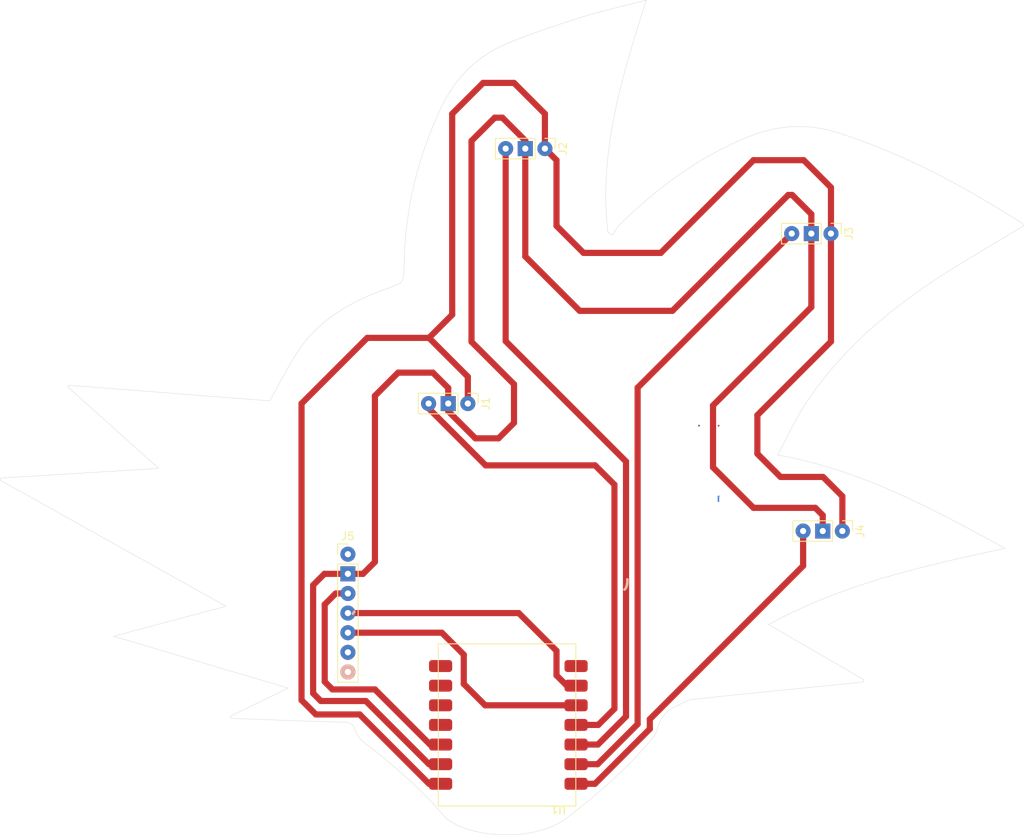
<source format=kicad_pcb>
(kicad_pcb (version 20240108) (generator "pcbnew") (generator_version "8.0")
  (layers (0 "F.Cu" signal) (31 "B.Cu" signal) (34 "B.Paste" user) (35 "F.Paste" user) (36 "B.SilkS" user "B.Silkscreen") (37 "F.SilkS" user "F.Silkscreen") (38 "B.Mask" user) (39 "F.Mask" user) (44 "Edge.Cuts" user))
  (net 0 "")
  (net 6 "+3.3V")
  (net 7 "GND")
  (net 8 "+5V")
  (net 9 "Net-(J1-Pin_3)")
  (net 10 "Net-(J2-Pin_3)")
  (net 11 "Net-(J3-Pin_3)")
  (net 12 "Net-(J4-Pin_3)")
  (net 13 "Net-(J5-Pin_5)")
  (net 14 "Net-(J5-Pin_4)")
  (footprint "Connector_PinHeader_2.54mm:PinHeader_1x03_P2.54mm_Vertical" (layer "F.Cu") (at 146 49.5 -90)
    (property "Reference" "J2" (at 0 -2.33 -90) (layer "F.SilkS"))
    (property "Value" "Conn_01x03_Socket")
    (fp_line (start -1.33 6.41) (end 1.33 6.41) (stroke (width 0.12)) (layer "F.SilkS"))
    (fp_line (start -1.33 1.27) (end -1.33 6.41) (stroke (width 0.12)) (layer "F.SilkS"))
    (fp_line (start -1.33 1.27) (end 1.33 1.27) (stroke (width 0.12)) (layer "F.SilkS"))
    (fp_line (start 1.33 1.27) (end 1.33 6.41) (stroke (width 0.12)) (layer "F.SilkS"))
    (fp_line (start -1.33 0) (end -1.33 -1.33) (stroke (width 0.12)) (layer "F.SilkS"))
    (fp_line (start -1.33 -1.33) (end 0 -1.33) (stroke (width 0.12)) (layer "F.SilkS"))
    (pad "1" thru_hole circle (at 0 0 270) (size 1.95 1.95) (drill 0.8) (layers "*.Cu" "*.Mask") (net 8 "+5V"))
    (pad "2" thru_hole rect (at 0 2.54 270) (size 1.95 1.95) (drill 0.8) (layers "*.Cu" "*.Mask") (net 7 "GND"))
    (pad "3" thru_hole circle (at 0 5.08 270) (size 1.95 1.95) (drill 0.8) (layers "*.Cu" "*.Mask") (net 10 "Net-(J2-Pin_3)"))
  )
  (footprint "Connector_PinHeader_2.54mm:PinHeader_1x03_P2.54mm_Vertical" (layer "F.Cu") (at 136.025 82.5 -90)
    (property "Reference" "J1" (at 0 -2.33 -90) (layer "F.SilkS"))
    (property "Value" "Conn_01x03_Socket")
    (fp_line (start -1.33 6.41) (end 1.33 6.41) (stroke (width 0.12)) (layer "F.SilkS"))
    (fp_line (start -1.33 1.27) (end -1.33 6.41) (stroke (width 0.12)) (layer "F.SilkS"))
    (fp_line (start -1.33 1.27) (end 1.33 1.27) (stroke (width 0.12)) (layer "F.SilkS"))
    (fp_line (start 1.33 1.27) (end 1.33 6.41) (stroke (width 0.12)) (layer "F.SilkS"))
    (fp_line (start -1.33 0) (end -1.33 -1.33) (stroke (width 0.12)) (layer "F.SilkS"))
    (fp_line (start -1.33 -1.33) (end 0 -1.33) (stroke (width 0.12)) (layer "F.SilkS"))
    (pad "1" thru_hole circle (at 0 0 270) (size 1.95 1.95) (drill 0.8) (layers "*.Cu" "*.Mask") (net 8 "+5V"))
    (pad "2" thru_hole rect (at 0 2.54 270) (size 1.95 1.95) (drill 0.8) (layers "*.Cu" "*.Mask") (net 7 "GND"))
    (pad "3" thru_hole circle (at 0 5.08 270) (size 1.95 1.95) (drill 0.8) (layers "*.Cu" "*.Mask") (net 9 "Net-(J1-Pin_3)"))
  )
  (footprint "XIAO_PCB:MOUDLE14P-SMD-2.54-21X17.8MM" (layer "F.Cu") (at 150 113.595 180)
    (property "Reference" "U1" (at 2.25 -21.5 180) (layer "F.SilkS"))
    (property "Value" "MOUDLE-SEEEDUINO-XIAO")
    (fp_rect (start 0 -21) (end 17.8 0) (stroke (width 0.12)) (fill none) (layer "F.SilkS"))
    (pad "1" smd roundrect (at -0.035 -18.12 180) (size 3 1.55) (layers "F.Cu" "F.Paste" "F.Mask") (net 12 "Net-(J4-Pin_3)"))
    (pad "2" smd roundrect (at -0.035 -15.58 180) (size 3 1.55) (layers "F.Cu" "F.Paste" "F.Mask") (net 11 "Net-(J3-Pin_3)"))
    (pad "3" smd roundrect (at -0.035 -13.04 180) (size 3 1.55) (layers "F.Cu" "F.Paste" "F.Mask") (net 10 "Net-(J2-Pin_3)"))
    (pad "4" smd roundrect (at -0.035 -10.5 180) (size 3 1.55) (layers "F.Cu" "F.Paste" "F.Mask") (net 9 "Net-(J1-Pin_3)"))
    (pad "5" smd roundrect (at -0.035 -7.96 180) (size 3 1.55) (layers "F.Cu" "F.Paste" "F.Mask") (net 13 "Net-(J5-Pin_5)"))
    (pad "6" smd roundrect (at -0.035 -5.42 180) (size 3 1.55) (layers "F.Cu" "F.Paste" "F.Mask") (net 14 "Net-(J5-Pin_4)"))
    (pad "7" smd roundrect (at -0.035 -2.88 180) (size 3 1.55) (layers "F.Cu" "F.Paste" "F.Mask"))
    (pad "8" smd roundrect (at 17.5 -2.88 180) (size 3 1.55) (layers "F.Cu" "F.Paste" "F.Mask"))
    (pad "9" smd roundrect (at 17.5 -5.42 180) (size 3 1.55) (layers "F.Cu" "F.Paste" "F.Mask"))
    (pad "10" smd roundrect (at 17.5 -7.96 180) (size 3 1.55) (layers "F.Cu" "F.Paste" "F.Mask"))
    (pad "11" smd roundrect (at 17.5 -10.5 180) (size 3 1.55) (layers "F.Cu" "F.Paste" "F.Mask"))
    (pad "12" smd roundrect (at 17.5 -13.04 180) (size 3 1.55) (layers "F.Cu" "F.Paste" "F.Mask") (net 6 "+3.3V"))
    (pad "13" smd roundrect (at 17.5 -15.58 180) (size 3 1.55) (layers "F.Cu" "F.Paste" "F.Mask") (net 7 "GND"))
    (pad "14" smd roundrect (at 17.5 -18.12 180) (size 3 1.55) (layers "F.Cu" "F.Paste" "F.Mask") (net 8 "+5V"))
  )
  (footprint "Connector_PinHeader_2.54mm:PinHeader_1x03_P2.54mm_Vertical" (layer "F.Cu") (at 184.5 99 -90)
    (property "Reference" "J4" (at 0 -2.33 -90) (layer "F.SilkS"))
    (property "Value" "Conn_01x03_Socket")
    (fp_line (start -1.33 6.41) (end 1.33 6.41) (stroke (width 0.12)) (layer "F.SilkS"))
    (fp_line (start -1.33 1.27) (end -1.33 6.41) (stroke (width 0.12)) (layer "F.SilkS"))
    (fp_line (start -1.33 1.27) (end 1.33 1.27) (stroke (width 0.12)) (layer "F.SilkS"))
    (fp_line (start 1.33 1.27) (end 1.33 6.41) (stroke (width 0.12)) (layer "F.SilkS"))
    (fp_line (start -1.33 0) (end -1.33 -1.33) (stroke (width 0.12)) (layer "F.SilkS"))
    (fp_line (start -1.33 -1.33) (end 0 -1.33) (stroke (width 0.12)) (layer "F.SilkS"))
    (pad "1" thru_hole circle (at 0 0 270) (size 1.95 1.95) (drill 0.8) (layers "*.Cu" "*.Mask") (net 8 "+5V"))
    (pad "2" thru_hole rect (at 0 2.54 270) (size 1.95 1.95) (drill 0.8) (layers "*.Cu" "*.Mask") (net 7 "GND"))
    (pad "3" thru_hole circle (at 0 5.08 270) (size 1.95 1.95) (drill 0.8) (layers "*.Cu" "*.Mask") (net 12 "Net-(J4-Pin_3)"))
  )
  (footprint "Connector_PinHeader_2.54mm:PinHeader_1x07_P2.54mm_Vertical" (layer "F.Cu") (at 120.5 102)
    (property "Reference" "J5" (at 0 -2.33 0) (layer "F.SilkS"))
    (property "Value" "Conn_01x07_Socket")
    (fp_line (start -1.33 -1.33) (end 0 -1.33) (stroke (width 0.12)) (layer "F.SilkS"))
    (fp_line (start -1.33 0) (end -1.33 -1.33) (stroke (width 0.12)) (layer "F.SilkS"))
    (fp_line (start -1.33 1.27) (end -1.33 16.57) (stroke (width 0.12)) (layer "F.SilkS"))
    (fp_line (start -1.33 1.27) (end 1.33 1.27) (stroke (width 0.12)) (layer "F.SilkS"))
    (fp_line (start -1.33 16.57) (end 1.33 16.57) (stroke (width 0.12)) (layer "F.SilkS"))
    (fp_line (start 1.33 1.27) (end 1.33 16.57) (stroke (width 0.12)) (layer "F.SilkS"))
    (pad "1" thru_hole circle (at 0 0) (size 1.95 1.95) (drill 0.8) (layers "*.Cu" "*.Mask"))
    (pad "2" thru_hole rect (at 0 2.54) (size 1.95 1.95) (drill 0.8) (layers "*.Cu" "*.Mask") (net 7 "GND"))
    (pad "3" thru_hole oval (at 0 5.08) (size 1.95 1.95) (drill 0.8) (layers "*.Cu" "*.Mask") (net 6 "+3.3V"))
    (pad "4" thru_hole oval (at 0 7.62) (size 1.95 1.95) (drill 0.8) (layers "*.Cu" "*.Mask") (net 14 "Net-(J5-Pin_4)"))
    (pad "5" thru_hole oval (at 0 10.16) (size 1.95 1.95) (drill 0.8) (layers "*.Cu" "*.Mask") (net 13 "Net-(J5-Pin_5)"))
    (pad "6" thru_hole oval (at 0 12.7) (size 1.95 1.95) (drill 0.8) (layers "*.Cu" "*.Mask"))
    (pad "7" thru_hole oval (at 0 15.24) (size 1.95 1.95) (drill 0.8) (layers "*.Cu" "*.Mask" "B.SilkS"))
  )
  (footprint "Connector_PinHeader_2.54mm:PinHeader_1x03_P2.54mm_Vertical" (layer "F.Cu") (at 183.025 60.5 -90)
    (property "Reference" "J3" (at 0 -2.33 -90) (layer "F.SilkS"))
    (property "Value" "Conn_01x03_Socket")
    (fp_line (start -1.33 6.41) (end 1.33 6.41) (stroke (width 0.12)) (layer "F.SilkS"))
    (fp_line (start -1.33 1.27) (end -1.33 6.41) (stroke (width 0.12)) (layer "F.SilkS"))
    (fp_line (start -1.33 1.27) (end 1.33 1.27) (stroke (width 0.12)) (layer "F.SilkS"))
    (fp_line (start 1.33 1.27) (end 1.33 6.41) (stroke (width 0.12)) (layer "F.SilkS"))
    (fp_line (start -1.33 0) (end -1.33 -1.33) (stroke (width 0.12)) (layer "F.SilkS"))
    (fp_line (start -1.33 -1.33) (end 0 -1.33) (stroke (width 0.12)) (layer "F.SilkS"))
    (pad "1" thru_hole circle (at 0 0 270) (size 1.95 1.95) (drill 0.8) (layers "*.Cu" "*.Mask") (net 8 "+5V"))
    (pad "2" thru_hole rect (at 0 2.54 270) (size 1.95 1.95) (drill 0.8) (layers "*.Cu" "*.Mask") (net 7 "GND"))
    (pad "3" thru_hole oval (at 0 5.08 270) (size 1.95 1.95) (drill 0.8) (layers "*.Cu" "*.Mask") (net 11 "Net-(J3-Pin_3)"))
  )
  (gr_curve (pts (xy 156.66924 105.253506) (xy 156.702896 105.694023) (xy 156.59824 106.392816) (xy 156.309591 106.569941)) (stroke (width 0.33)) (layer "B.SilkS"))
  (gr_curve (pts (xy 156.309591 106.569941) (xy 156.59824 106.392816) (xy 156.702896 105.694023) (xy 156.66924 105.253506)) (stroke (width 0.33)) (layer "B.SilkS"))
  (gr_curve (pts (xy 121.33656 109.426302) (xy 121.273759 109.519558) (xy 121.210957 109.612813) (xy 121.148156 109.706069)) (stroke (width 0.33)) (layer "B.SilkS"))
  (gr_curve (pts (xy 155.715137 59.302093) (xy 160.609375 54.525126) (xy 166.010565 50.503714) (xy 172.423747 47.935951)) (stroke (width 0.045)) (layer "Edge.Cuts"))
  (gr_curve (pts (xy 105.331892 123.223071) (xy 105.31441 123.136773) (xy 105.296927 123.050469) (xy 105.279437 122.964171)) (stroke (width 0.045)) (layer "Edge.Cuts"))
  (gr_curve (pts (xy 172.423747 47.935951) (xy 176.287719 46.388869) (xy 180.105513 46.214677) (xy 184.091011 47.496593)) (stroke (width 0.045)) (layer "Edge.Cuts"))
  (gr_curve (pts (xy 205.55751 101.237177) (xy 194.851677 103.537845) (xy 184.54758 105.849895) (xy 174.956523 111.097381)) (stroke (width 0.045)) (layer "Edge.Cuts"))
  (gr_curve (pts (xy 154.15734 60.338004) (xy 154.352299 60.459044) (xy 154.547257 60.580088) (xy 154.742215 60.701128)) (stroke (width 0.045)) (layer "Edge.Cuts"))
  (gr_curve (pts (xy 207.786266 59.171566) (xy 207.870654 59.225271) (xy 207.907539 59.353613) (xy 208 59.5)) (stroke (width 0.045)) (layer "Edge.Cuts"))
  (gr_curve (pts (xy 187.291595 118.256961) (xy 187.270474 118.345412) (xy 187.249358 118.433871) (xy 187.228241 118.52233)) (stroke (width 0.045)) (layer "Edge.Cuts"))
  (gr_curve (pts (xy 208 59.5) (xy 207.573315 59.740114) (xy 207.178324 59.945312) (xy 206.800143 60.177849)) (stroke (width 0.045)) (layer "Edge.Cuts"))
  (gr_curve (pts (xy 75.554438 92.139421) (xy 82.267134 91.731058) (xy 88.97983 91.322695) (xy 96.006231 90.895253)) (stroke (width 0.045)) (layer "Edge.Cuts"))
  (gr_curve (pts (xy 90.169253 112.62236) (xy 95.152552 111.2895) (xy 99.809869 110.043841) (xy 104.710802 108.73302)) (stroke (width 0.045)) (layer "Edge.Cuts"))
  (gr_curve (pts (xy 206.800143 60.177849) (xy 202.882193 62.58691) (xy 198.857003 64.840977) (xy 195.076064 67.449011)) (stroke (width 0.045)) (layer "Edge.Cuts"))
  (gr_curve (pts (xy 127.777428 64.563408) (xy 127.901365 57.393257) (xy 129.501696 50.590916) (xy 132.617215 44.104794)) (stroke (width 0.045)) (layer "Edge.Cuts"))
  (gr_curve (pts (xy 140.988497 35.954002) (xy 144.115435 34.62877) (xy 147.361405 33.56125) (xy 150.606396 32.54483)) (stroke (width 0.045)) (layer "Edge.Cuts"))
  (gr_curve (pts (xy 122.30655 126.14159) (xy 121.940119 125.709508) (xy 121.591427 125.210215) (xy 121.415194 124.681833)) (stroke (width 0.045)) (layer "Edge.Cuts"))
  (gr_curve (pts (xy 187.228241 118.52233) (xy 186.794908 118.570869) (xy 186.362002 118.623587) (xy 185.928187 118.667312)) (stroke (width 0.045)) (layer "Edge.Cuts"))
  (gr_curve (pts (xy 110.382891 82.154338) (xy 111.641348 79.910298) (xy 112.644301 77.892293) (xy 113.855553 76.008198)) (stroke (width 0.045)) (layer "Edge.Cuts"))
  (gr_curve (pts (xy 150.606396 32.54483) (xy 153.364605 31.680883) (xy 156.196721 31.052888) (xy 159.113222 30.289862)) (stroke (width 0.045)) (layer "Edge.Cuts"))
  (gr_curve (pts (xy 176.137898 89.160538) (xy 186.954668 91.079952) (xy 196.108284 96.090782) (xy 205.55751 101.237177)) (stroke (width 0.045)) (layer "Edge.Cuts"))
  (gr_curve (pts (xy 184.091011 47.496593) (xy 192.572792 50.224707) (xy 200.314055 54.416164) (xy 207.786266 59.171566)) (stroke (width 0.045)) (layer "Edge.Cuts"))
  (gr_curve (pts (xy 154.742215 60.701128) (xy 155.063075 60.231253) (xy 155.315949 59.691719) (xy 155.715137 59.302093)) (stroke (width 0.045)) (layer "Edge.Cuts"))
  (gr_curve (pts (xy 159.113222 30.289862) (xy 155.955734 40.197883) (xy 152.943807 49.942559) (xy 154.15734 60.338004)) (stroke (width 0.045)) (layer "Edge.Cuts"))
  (gr_curve (pts (xy 132.617215 44.104794) (xy 134.438687 40.312713) (xy 137.195699 37.561441) (xy 140.988497 35.954002)) (stroke (width 0.045)) (layer "Edge.Cuts"))
  (gr_curve (pts (xy 159.627127 126.175756) (xy 156.414661 129.952602) (xy 152.717273 133.179214) (xy 148.765468 136.179157)) (stroke (width 0.045)) (layer "Edge.Cuts"))
  (gr_curve (pts (xy 174.956523 111.097381) (xy 179.233843 113.580045) (xy 183.262719 115.918503) (xy 187.291595 118.256961)) (stroke (width 0.045)) (layer "Edge.Cuts"))
  (gr_curve (pts (xy 195.076064 67.449011) (xy 189.013618 71.630792) (xy 183.591752 76.546704) (xy 179.563106 82.797339)) (stroke (width 0.045)) (layer "Edge.Cuts"))
  (gr_curve (pts (xy 179.563106 82.797339) (xy 178.286979 84.777306) (xy 177.314282 86.95284) (xy 176.137898 89.160538)) (stroke (width 0.045)) (layer "Edge.Cuts"))
  (gr_curve (pts (xy 165.072196 120.797796) (xy 164.359608 120.87464) (xy 163.699163 121.3827) (xy 163.000973 121.6561)) (stroke (width 0.045)) (layer "Edge.Cuts"))
  (gr_curve (pts (xy 112.778933 119.328639) (xy 105.118841 117.056571) (xy 97.804745 114.88713) (xy 90.169253 112.62236)) (stroke (width 0.045)) (layer "Edge.Cuts"))
  (gr_curve (pts (xy 148.765468 136.179157) (xy 144.942043 139.08164) (xy 136.932521 139.00225) (xy 133.259749 136.224923)) (stroke (width 0.045)) (layer "Edge.Cuts"))
  (gr_curve (pts (xy 163.000973 121.6561) (xy 161.488249 122.248491) (xy 160.854987 123.492275) (xy 160.422868 124.943256)) (stroke (width 0.045)) (layer "Edge.Cuts"))
  (gr_curve (pts (xy 185.928187 118.667312) (xy 178.975196 119.368296) (xy 172.019975 120.048537) (xy 165.072196 120.797796)) (stroke (width 0.045)) (layer "Edge.Cuts"))
  (gr_curve (pts (xy 84.38809 80.134082) (xy 93.178838 80.817283) (xy 101.969586 81.500476) (xy 110.382891 82.154338)) (stroke (width 0.045)) (layer "Edge.Cuts"))
  (gr_curve (pts (xy 122.30655 126.141588) (xy 126.297757 129.159706) (xy 130.026095 132.411868) (xy 133.259749 136.224921)) (stroke (width 0.045)) (layer "Edge.Cuts"))
  (gr_curve (pts (xy 105.279437 122.964171) (xy 107.69657 121.792419) (xy 110.113695 120.620667) (xy 112.778933 119.328639)) (stroke (width 0.045)) (layer "Edge.Cuts"))
  (gr_curve (pts (xy 75.494571 92.413362) (xy 75.514532 92.322048) (xy 75.534477 92.230734) (xy 75.554438 92.139421)) (stroke (width 0.045)) (layer "Edge.Cuts"))
  (gr_curve (pts (xy 121.415194 124.681833) (xy 121.178922 123.973377) (xy 120.782023 123.771519) (xy 120.071495 123.751619)) (stroke (width 0.045)) (layer "Edge.Cuts"))
  (gr_curve (pts (xy 104.710802 108.73302) (xy 94.821056 103.208783) (xy 85.157814 97.811072) (xy 75.494571 92.413362)) (stroke (width 0.045)) (layer "Edge.Cuts"))
  (gr_curve (pts (xy 120.071495 123.751619) (xy 115.631492 123.627261) (xy 111.192627 123.461377) (xy 106.753505 123.305918)) (stroke (width 0.045)) (layer "Edge.Cuts"))
  (gr_curve (pts (xy 125.675055 67.584325) (xy 127.764902 66.85216) (xy 127.73817 66.834252) (xy 127.777428 64.563408)) (stroke (width 0.045)) (layer "Edge.Cuts"))
  (gr_curve (pts (xy 113.855553 76.008198) (xy 116.66099 71.644418) (xy 120.917687 69.251042) (xy 125.675055 67.584325)) (stroke (width 0.045)) (layer "Edge.Cuts"))
  (gr_curve (pts (xy 96.006231 90.895253) (xy 91.904707 87.215958) (xy 88.077508 83.782751) (xy 84.250324 80.349535)) (stroke (width 0.045)) (layer "Edge.Cuts"))
  (gr_curve (pts (xy 160.422868 124.943256) (xy 160.28856 125.394214) (xy 159.943167 125.804219) (xy 159.627127 126.175756)) (stroke (width 0.045)) (layer "Edge.Cuts"))
  (gr_curve (pts (xy 84.250324 80.349535) (xy 84.296241 80.277723) (xy 84.342158 80.205902) (xy 84.38809 80.134082)) (stroke (width 0.045)) (layer "Edge.Cuts"))
  (gr_curve (pts (xy 106.753505 123.305918) (xy 106.27925 123.28931) (xy 105.805748 123.251204) (xy 105.331892 123.223071)) (stroke (width 0.045)) (layer "Edge.Cuts"))
  (segment (start 117.5 108.5) (end 118.92 107.08) (width 0.8) (layer "F.Cu") (net 6))
  (segment (start 124 119.5) (end 118.5 119.5) (width 0.8) (layer "F.Cu") (net 6))
  (segment (start 118.92 107.08) (end 120.5 107.08) (width 0.8) (layer "F.Cu") (net 6))
  (segment (start 131.135 126.635) (end 124 119.5) (width 0.8) (layer "F.Cu") (net 6))
  (segment (start 132.5 126.635) (end 131.135 126.635) (width 0.8) (layer "F.Cu") (net 6))
  (segment (start 117.5 118.5) (end 117.5 108.5) (width 0.8) (layer "F.Cu") (net 6))
  (segment (start 118.5 119.5) (end 117.5 118.5) (width 0.8) (layer "F.Cu") (net 6))
  (segment (start 124 81.5) (end 127 78.5) (width 0.8) (layer "F.Cu") (net 7))
  (segment (start 132.5 129.175) (end 131 129.175) (width 0.8) (layer "F.Cu") (net 7))
  (segment (start 136.5 48.5) (end 139.5 45.5) (width 0.8) (layer "F.Cu") (net 7))
  (segment (start 139.5 45.5) (end 140.5 45.5) (width 0.8) (layer "F.Cu") (net 7))
  (segment (start 143.46 49.5) (end 143.46 63.46) (width 0.8) (layer "F.Cu") (net 7))
  (segment (start 178 55.5) (end 180.485 57.985) (width 0.8) (layer "F.Cu") (net 7))
  (segment (start 167.76 82.74) (end 180.485 70.015) (width 0.8) (layer "F.Cu") (net 7))
  (segment (start 150.5 70.5) (end 162.5 70.5) (width 0.8) (layer "F.Cu") (net 7))
  (segment (start 167.76 90.76) (end 167.76 82.74) (width 0.8) (layer "F.Cu") (net 7))
  (segment (start 181.96 96.96) (end 181 96) (width 0.8) (layer "F.Cu") (net 7))
  (segment (start 140.5 45.5) (end 143.46 48.46) (width 0.8) (layer "F.Cu") (net 7))
  (segment (start 116 120) (end 116 106) (width 0.8) (layer "F.Cu") (net 7))
  (segment (start 180.485 70.015) (end 180.485 60.5) (width 0.8) (layer "F.Cu") (net 7))
  (segment (start 142 85) (end 142 80) (width 0.8) (layer "F.Cu") (net 7))
  (segment (start 131.5 78.5) (end 133.485 80.485) (width 0.8) (layer "F.Cu") (net 7))
  (segment (start 133.485 80.485) (end 133.485 82.5) (width 0.8) (layer "F.Cu") (net 7))
  (segment (start 137 87) (end 140 87) (width 0.8) (layer "F.Cu") (net 7))
  (segment (start 124 103) (end 124 81.5) (width 0.8) (layer "F.Cu") (net 7))
  (segment (start 122.825 121) (end 117 121) (width 0.8) (layer "F.Cu") (net 7))
  (segment (start 142 80) (end 136.5 74.5) (width 0.8) (layer "F.Cu") (net 7))
  (segment (start 162.5 70.5) (end 177.5 55.5) (width 0.8) (layer "F.Cu") (net 7))
  (segment (start 120.5 104.54) (end 122.46 104.54) (width 0.8) (layer "F.Cu") (net 7))
  (segment (start 143.46 48.46) (end 143.46 49.5) (width 0.8) (layer "F.Cu") (net 7))
  (segment (start 131 129.175) (end 122.825 121) (width 0.8) (layer "F.Cu") (net 7))
  (segment (start 181.96 99) (end 181.96 96.96) (width 0.8) (layer "F.Cu") (net 7))
  (segment (start 136.5 74.5) (end 136.5 48.5) (width 0.8) (layer "F.Cu") (net 7))
  (segment (start 143.46 63.46) (end 150.5 70.5) (width 0.8) (layer "F.Cu") (net 7))
  (segment (start 127 78.5) (end 131.5 78.5) (width 0.8) (layer "F.Cu") (net 7))
  (segment (start 180.485 57.985) (end 180.485 60.5) (width 0.8) (layer "F.Cu") (net 7))
  (segment (start 122.46 104.54) (end 124 103) (width 0.8) (layer "F.Cu") (net 7))
  (segment (start 133.485 83.485) (end 137 87) (width 0.8) (layer "F.Cu") (net 7))
  (segment (start 117.46 104.54) (end 120.5 104.54) (width 0.8) (layer "F.Cu") (net 7))
  (segment (start 133.485 82.5) (end 133.485 83.485) (width 0.8) (layer "F.Cu") (net 7))
  (segment (start 177.5 55.5) (end 178 55.5) (width 0.8) (layer "F.Cu") (net 7))
  (segment (start 140 87) (end 142 85) (width 0.8) (layer "F.Cu") (net 7))
  (segment (start 181 96) (end 173 96) (width 0.8) (layer "F.Cu") (net 7))
  (segment (start 173 96) (end 167.76 90.76) (width 0.8) (layer "F.Cu") (net 7))
  (segment (start 165.92 85.385) (end 165.96 85.345) (width 0.2) (layer "F.Cu") (net 7))
  (segment (start 117 121) (end 116 120) (width 0.8) (layer "F.Cu") (net 7))
  (segment (start 116 106) (end 117.46 104.54) (width 0.8) (layer "F.Cu") (net 7))
  (segment (start 165.92 85.385) (end 165.96 85.345) (width 0.2) (layer "B.Cu") (net 7))
  (segment (start 114.5 82.5) (end 114.5 120.88396) (width 0.8) (layer "F.Cu") (net 8))
  (segment (start 173.5 84) (end 183.025 74.475) (width 0.8) (layer "F.Cu") (net 8))
  (segment (start 173.5 89) (end 173.5 84) (width 0.8) (layer "F.Cu") (net 8))
  (segment (start 179.5 51) (end 183.025 54.525) (width 0.8) (layer "F.Cu") (net 8))
  (segment (start 176.5 92) (end 173.5 89) (width 0.8) (layer "F.Cu") (net 8))
  (segment (start 142 41) (end 138 41) (width 0.8) (layer "F.Cu") (net 8))
  (segment (start 134 45) (end 134 71) (width 0.8) (layer "F.Cu") (net 8))
  (segment (start 173 51) (end 179.5 51) (width 0.8) (layer "F.Cu") (net 8))
  (segment (start 123 74) (end 114.5 82.5) (width 0.8) (layer "F.Cu") (net 8))
  (segment (start 168.46 85.385) (end 168.5 85.345) (width 0.2) (layer "F.Cu") (net 8))
  (segment (start 116.354501 122.738461) (end 122.023461 122.738461) (width 0.8) (layer "F.Cu") (net 8))
  (segment (start 183.025 74.475) (end 183.025 60.5) (width 0.8) (layer "F.Cu") (net 8))
  (segment (start 114.5 120.88396) (end 116.354501 122.738461) (width 0.8) (layer "F.Cu") (net 8))
  (segment (start 182 92) (end 176.5 92) (width 0.8) (layer "F.Cu") (net 8))
  (segment (start 183.025 54.525) (end 183.025 60.5) (width 0.8) (layer "F.Cu") (net 8))
  (segment (start 146 49.5) (end 147.5 51) (width 0.8) (layer "F.Cu") (net 8))
  (segment (start 184.5 94.5) (end 182 92) (width 0.8) (layer "F.Cu") (net 8))
  (segment (start 138 41) (end 134 45) (width 0.8) (layer "F.Cu") (net 8))
  (segment (start 184.5 99) (end 184.5 94.5) (width 0.8) (layer "F.Cu") (net 8))
  (segment (start 122.023461 122.738461) (end 131 131.715) (width 0.8) (layer "F.Cu") (net 8))
  (segment (start 151 63) (end 161 63) (width 0.8) (layer "F.Cu") (net 8))
  (segment (start 146 45) (end 142 41) (width 0.8) (layer "F.Cu") (net 8))
  (segment (start 161 63) (end 173 51) (width 0.8) (layer "F.Cu") (net 8))
  (segment (start 134 71) (end 131 74) (width 0.8) (layer "F.Cu") (net 8))
  (segment (start 147.5 59.5) (end 151 63) (width 0.8) (layer "F.Cu") (net 8))
  (segment (start 131 74) (end 123 74) (width 0.8) (layer "F.Cu") (net 8))
  (segment (start 131 131.715) (end 132.5 131.715) (width 0.8) (layer "F.Cu") (net 8))
  (segment (start 146 49.5) (end 146 45) (width 0.8) (layer "F.Cu") (net 8))
  (segment (start 147.5 51) (end 147.5 59.5) (width 0.8) (layer "F.Cu") (net 8))
  (segment (start 136.025 82.5) (end 136.025 79.025) (width 0.8) (layer "F.Cu") (net 8))
  (segment (start 136.025 79.025) (end 131 74) (width 0.8) (layer "F.Cu") (net 8))
  (segment (start 168.46 95.155) (end 168.46 94.54) (width 0.2) (layer "B.Cu") (net 8))
  (segment (start 168.46 94.54) (end 168.5 94.5) (width 0.2) (layer "B.Cu") (net 8))
  (segment (start 155 93) (end 152.5 90.5) (width 0.8) (layer "F.Cu") (net 9))
  (segment (start 130.945 83.11) (end 130.945 82.5) (width 0.8) (layer "F.Cu") (net 9))
  (segment (start 138.335 90.5) (end 130.945 83.11) (width 0.8) (layer "F.Cu") (net 9))
  (segment (start 155 122) (end 155 93) (width 0.8) (layer "F.Cu") (net 9))
  (segment (start 152.5 90.5) (end 138.335 90.5) (width 0.8) (layer "F.Cu") (net 9))
  (segment (start 150.335 124.095) (end 152.905 124.095) (width 0.8) (layer "F.Cu") (net 9))
  (segment (start 152.905 124.095) (end 155 122) (width 0.8) (layer "F.Cu") (net 9))
  (segment (start 156.5 123) (end 156.5 90) (width 0.8) (layer "F.Cu") (net 10))
  (segment (start 156.5 90) (end 140.92 74.42) (width 0.8) (layer "F.Cu") (net 10))
  (segment (start 152.865 126.635) (end 156.5 123) (width 0.8) (layer "F.Cu") (net 10))
  (segment (start 140.92 74.42) (end 140.92 49.5) (width 0.8) (layer "F.Cu") (net 10))
  (segment (start 150.335 126.635) (end 152.865 126.635) (width 0.8) (layer "F.Cu") (net 10))
  (segment (start 150.335 129.175) (end 152.825 129.175) (width 0.8) (layer "F.Cu") (net 11))
  (segment (start 158 80.445) (end 177.945 60.5) (width 0.8) (layer "F.Cu") (net 11))
  (segment (start 158 124) (end 158 80.445) (width 0.8) (layer "F.Cu") (net 11))
  (segment (start 152.825 129.175) (end 158 124) (width 0.8) (layer "F.Cu") (net 11))
  (segment (start 179.42 103.509504) (end 179.42 99) (width 0.8) (layer "F.Cu") (net 12))
  (segment (start 150.335 131.715) (end 152.476538 131.715) (width 0.8) (layer "F.Cu") (net 12))
  (segment (start 159.578688 124.61285) (end 159.578688 123.350816) (width 0.8) (layer "F.Cu") (net 12))
  (segment (start 159.578688 123.350816) (end 179.42 103.509504) (width 0.8) (layer "F.Cu") (net 12))
  (segment (start 152.476538 131.715) (end 159.578688 124.61285) (width 0.8) (layer "F.Cu") (net 12))
  (segment (start 138.267272 121.555) (end 150.335 121.555) (width 0.8) (layer "F.Cu") (net 13))
  (segment (start 135.5 118.787728) (end 138.267272 121.555) (width 0.8) (layer "F.Cu") (net 13))
  (segment (start 132.66 112.16) (end 120.5 112.16) (width 0.8) (layer "F.Cu") (net 13))
  (segment (start 135.5 115) (end 132.66 112.16) (width 0.8) (layer "F.Cu") (net 13))
  (segment (start 135.5 118.787728) (end 135.5 115) (width 0.8) (layer "F.Cu") (net 13))
  (segment (start 147.5 114.5) (end 142.62 109.62) (width 0.8) (layer "F.Cu") (net 14))
  (segment (start 147.5 114.5) (end 147.5 117.68) (width 0.8) (layer "F.Cu") (net 14))
  (segment (start 142.62 109.62) (end 120.5 109.62) (width 0.8) (layer "F.Cu") (net 14))
  (segment (start 147.5 117.68) (end 148.835 119.015) (width 0.8) (layer "F.Cu") (net 14))
  (segment (start 148.835 119.015) (end 150.335 119.015) (width 0.8) (layer "F.Cu") (net 14))
)
</source>
